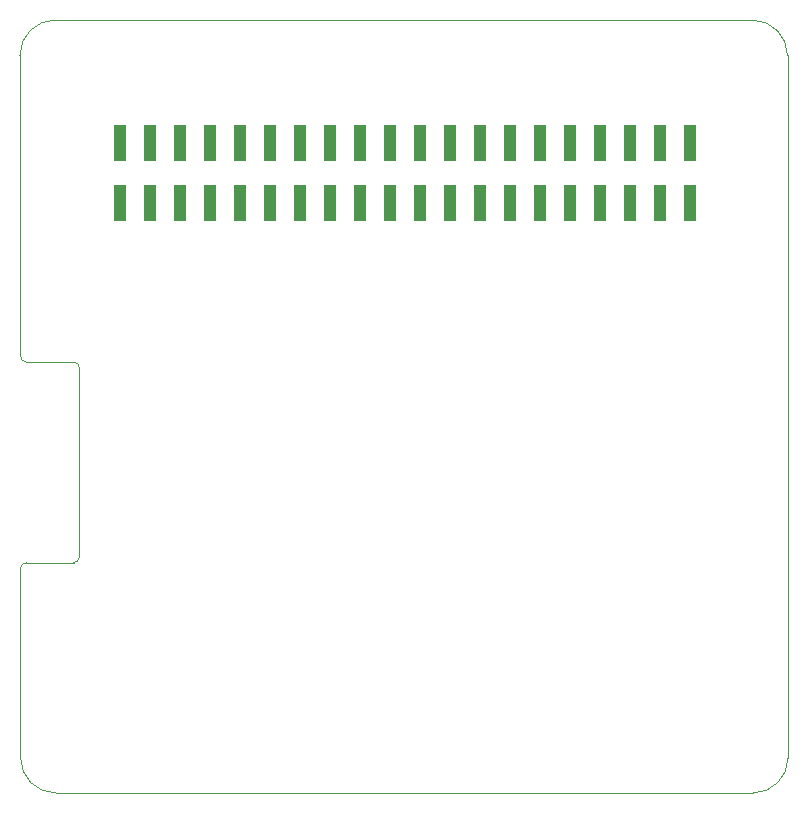
<source format=gbp>
G04 #@! TF.GenerationSoftware,KiCad,Pcbnew,5.1.9+dfsg1-1*
G04 #@! TF.CreationDate,2021-11-16T15:54:50+11:00*
G04 #@! TF.ProjectId,RAMPlatterHybrid,52414d50-6c61-4747-9465-724879627269,rev?*
G04 #@! TF.SameCoordinates,Original*
G04 #@! TF.FileFunction,Paste,Bot*
G04 #@! TF.FilePolarity,Positive*
%FSLAX45Y45*%
G04 Gerber Fmt 4.5, Leading zero omitted, Abs format (unit mm)*
G04 Created by KiCad (PCBNEW 5.1.9+dfsg1-1) date 2021-11-16 15:54:50*
%MOMM*%
%LPD*%
G01*
G04 APERTURE LIST*
G04 #@! TA.AperFunction,Profile*
%ADD10C,0.100000*%
G04 #@! TD*
%ADD11R,1.000000X3.150000*%
G04 APERTURE END LIST*
D10*
X20000000Y-9700000D02*
X19995000Y-8755000D01*
X26500000Y-9700000D02*
X26495000Y-8755000D01*
X20049913Y-13050000D02*
G75*
G03*
X20000000Y-13100000I87J-50000D01*
G01*
X20450000Y-13050000D02*
G75*
G03*
X20500000Y-13000000I0J50000D01*
G01*
X20000000Y-11300000D02*
G75*
G03*
X20050000Y-11350000I50000J0D01*
G01*
X20500000Y-11400000D02*
G75*
G03*
X20450000Y-11350000I-50000J0D01*
G01*
X20000000Y-9700000D02*
X20000000Y-11300000D01*
X26495000Y-8755000D02*
G75*
G03*
X26195000Y-8455000I-300000J0D01*
G01*
X26200000Y-15000000D02*
G75*
G03*
X26500000Y-14700000I0J300000D01*
G01*
X20000000Y-14700000D02*
G75*
G03*
X20300000Y-15000000I300000J0D01*
G01*
X20295000Y-8455000D02*
G75*
G03*
X19995000Y-8755000I0J-300000D01*
G01*
X26195000Y-8455000D02*
X20295000Y-8455000D01*
X20450000Y-13050000D02*
X20050000Y-13050000D01*
X20500000Y-11400000D02*
X20500000Y-13000000D01*
X20050000Y-11350000D02*
X20450000Y-11350000D01*
X26500000Y-14700000D02*
X26500000Y-9700000D01*
X20300000Y-15000000D02*
X26200000Y-15000000D01*
X20000000Y-13100000D02*
X20000000Y-14700000D01*
D11*
X20842000Y-10002500D03*
X20842000Y-9497500D03*
X21096000Y-10002500D03*
X21096000Y-9497500D03*
X21350000Y-10002500D03*
X21350000Y-9497500D03*
X21604000Y-10002500D03*
X21604000Y-9497500D03*
X21858000Y-10002500D03*
X21858000Y-9497500D03*
X22112000Y-10002500D03*
X22112000Y-9497500D03*
X22366000Y-10002500D03*
X22366000Y-9497500D03*
X22620000Y-10002500D03*
X22620000Y-9497500D03*
X22874000Y-10002500D03*
X22874000Y-9497500D03*
X23128000Y-10002500D03*
X23128000Y-9497500D03*
X23382000Y-10002500D03*
X23382000Y-9497500D03*
X23636000Y-10002500D03*
X23636000Y-9497500D03*
X23890000Y-10002500D03*
X23890000Y-9497500D03*
X24144000Y-10002500D03*
X24144000Y-9497500D03*
X24398000Y-10002500D03*
X24398000Y-9497500D03*
X24652000Y-10002500D03*
X24652000Y-9497500D03*
X24906000Y-10002500D03*
X24906000Y-9497500D03*
X25160000Y-10002500D03*
X25160000Y-9497500D03*
X25414000Y-10002500D03*
X25414000Y-9497500D03*
X25668000Y-10002500D03*
X25668000Y-9497500D03*
M02*

</source>
